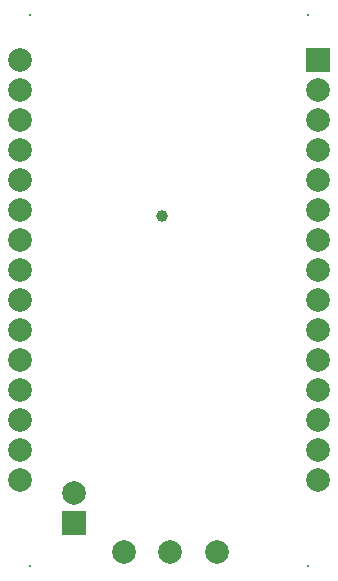
<source format=gbr>
%TF.GenerationSoftware,Altium Limited,Altium Designer,23.4.1 (23)*%
G04 Layer_Color=16711935*
%FSLAX45Y45*%
%MOMM*%
%TF.SameCoordinates,B93E8061-1334-4625-9DA7-9BA1A821EA0A*%
%TF.FilePolarity,Negative*%
%TF.FileFunction,Soldermask,Bot*%
%TF.Part,Single*%
G01*
G75*
%TA.AperFunction,ComponentPad*%
%ADD34R,2.00320X2.00320*%
%ADD35C,2.00320*%
%TA.AperFunction,WasherPad*%
%ADD36C,0.20320*%
%TA.AperFunction,ViaPad*%
%ADD37C,1.00320*%
D34*
X600000Y600000D02*
D03*
X2669999Y4520001D02*
D03*
D35*
X600000Y854000D02*
D03*
X145000Y4520001D02*
D03*
Y4266001D02*
D03*
Y4012001D02*
D03*
Y3758001D02*
D03*
Y3504001D02*
D03*
Y3250001D02*
D03*
Y2996001D02*
D03*
Y2742001D02*
D03*
Y2488001D02*
D03*
Y2234001D02*
D03*
Y1980001D02*
D03*
Y1726001D02*
D03*
Y1472001D02*
D03*
Y1218001D02*
D03*
Y964001D02*
D03*
X2669999D02*
D03*
Y1218001D02*
D03*
Y1472001D02*
D03*
Y1726001D02*
D03*
Y1980001D02*
D03*
Y2234001D02*
D03*
Y2488001D02*
D03*
Y2742001D02*
D03*
Y2996001D02*
D03*
Y3250001D02*
D03*
Y3504001D02*
D03*
Y3758001D02*
D03*
Y4012001D02*
D03*
Y4266001D02*
D03*
X1816001Y350000D02*
D03*
X1420000D02*
D03*
X1023999D02*
D03*
D36*
X233500Y233400D02*
D03*
X2583500D02*
D03*
Y4897500D02*
D03*
X233500D02*
D03*
D37*
X1345000Y3195000D02*
D03*
%TF.MD5,625af7cfe1def0217c3daad100300356*%
M02*

</source>
